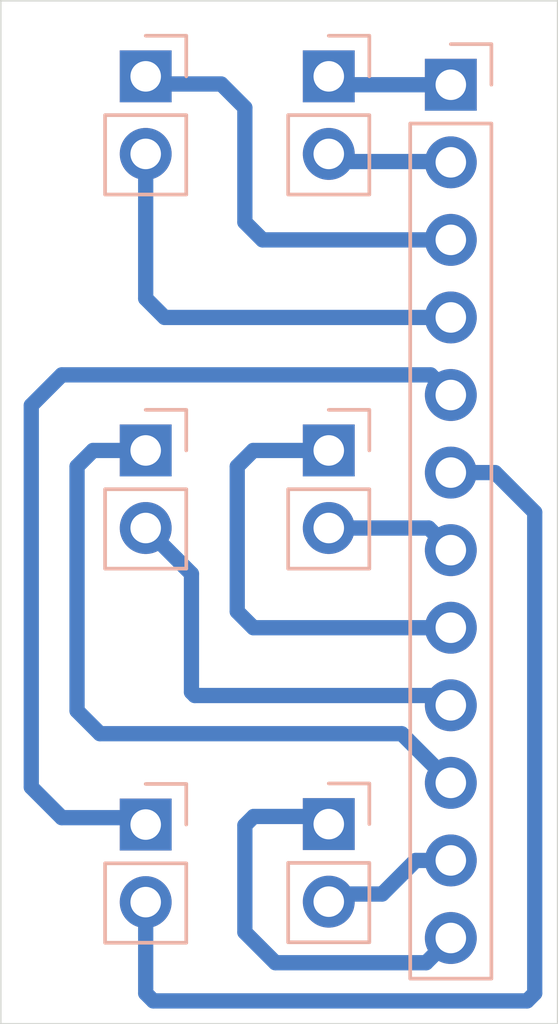
<source format=kicad_pcb>
(kicad_pcb (version 20240108) (generator "pcbnew") (generator_version "8.0")
  (layers (0 "F.Cu" signal) (31 "B.Cu" signal) (34 "B.Paste" user) (35 "F.Paste" user) (36 "B.SilkS" user "B.Silkscreen") (37 "F.SilkS" user "F.Silkscreen") (38 "B.Mask" user) (39 "F.Mask" user) (44 "Edge.Cuts" user))
  (net 0 "")
  (net 1 "GND1")
  (net 2 "VCC2")
  (net 3 "GND4")
  (net 4 "VCC5")
  (net 5 "VCC1")
  (net 6 "VCC4")
  (net 7 "GND2")
  (net 8 "GND5")
  (net 9 "GND")
  (net 10 "VCC3")
  (net 11 "VIN")
  (net 12 "GND3")
  (footprint "Connector_PinHeader_2.54mm:PinHeader_1x02_P2.54mm_Vertical" (layer "B.Cu") (at 138.25 118.975 180)
    (property "Reference" "J6" (hide yes))
    (property "Value" "Conn_01x02_Pin" (hide yes))
    (fp_line (start 1.33 -1.27) (end -1.33 -1.27) (stroke (width 0.12)) (layer "B.SilkS"))
    (fp_line (start 1.33 -3.87) (end 1.33 -1.27) (stroke (width 0.12)) (layer "B.SilkS"))
    (fp_line (start 1.33 -3.87) (end -1.33 -3.87) (stroke (width 0.12)) (layer "B.SilkS"))
    (fp_line (start 0 1.33) (end -1.33 1.33) (stroke (width 0.12)) (layer "B.SilkS"))
    (fp_line (start -1.33 1.33) (end -1.33 0) (stroke (width 0.12)) (layer "B.SilkS"))
    (fp_line (start -1.33 -3.87) (end -1.33 -1.27) (stroke (width 0.12)) (layer "B.SilkS"))
    (pad "1" thru_hole rect (at 0 0 180) (size 1.7 1.7) (drill 1) (layers "*.Cu" "*.Mask") (net 6 "VCC4"))
    (pad "2" thru_hole oval (at 0 -2.54 180) (size 1.7 1.7) (drill 1) (layers "*.Cu" "*.Mask") (net 3 "GND4"))
  )
  (footprint "Connector_PinHeader_2.54mm:PinHeader_1x02_P2.54mm_Vertical" (layer "B.Cu") (at 144.25 118.96 180)
    (property "Reference" "J3" (hide yes))
    (property "Value" "Conn_01x02_Pin" (hide yes))
    (fp_line (start 1.33 -1.27) (end -1.33 -1.27) (stroke (width 0.12)) (layer "B.SilkS"))
    (fp_line (start 1.33 -3.87) (end 1.33 -1.27) (stroke (width 0.12)) (layer "B.SilkS"))
    (fp_line (start 1.33 -3.87) (end -1.33 -3.87) (stroke (width 0.12)) (layer "B.SilkS"))
    (fp_line (start 0 1.33) (end -1.33 1.33) (stroke (width 0.12)) (layer "B.SilkS"))
    (fp_line (start -1.33 1.33) (end -1.33 0) (stroke (width 0.12)) (layer "B.SilkS"))
    (fp_line (start -1.33 -3.87) (end -1.33 -1.27) (stroke (width 0.12)) (layer "B.SilkS"))
    (pad "1" thru_hole rect (at 0 0 180) (size 1.7 1.7) (drill 1) (layers "*.Cu" "*.Mask") (net 5 "VCC1"))
    (pad "2" thru_hole oval (at 0 -2.54 180) (size 1.7 1.7) (drill 1) (layers "*.Cu" "*.Mask") (net 1 "GND1"))
  )
  (footprint "Connector_PinHeader_2.54mm:PinHeader_1x02_P2.54mm_Vertical" (layer "B.Cu") (at 144.25 94.475 180)
    (property "Reference" "J2" (hide yes))
    (property "Value" "Conn_01x02_Pin" (hide yes))
    (fp_line (start 1.33 -1.27) (end -1.33 -1.27) (stroke (width 0.12)) (layer "B.SilkS"))
    (fp_line (start 1.33 -3.87) (end 1.33 -1.27) (stroke (width 0.12)) (layer "B.SilkS"))
    (fp_line (start 1.33 -3.87) (end -1.33 -3.87) (stroke (width 0.12)) (layer "B.SilkS"))
    (fp_line (start 0 1.33) (end -1.33 1.33) (stroke (width 0.12)) (layer "B.SilkS"))
    (fp_line (start -1.33 1.33) (end -1.33 0) (stroke (width 0.12)) (layer "B.SilkS"))
    (fp_line (start -1.33 -3.87) (end -1.33 -1.27) (stroke (width 0.12)) (layer "B.SilkS"))
    (pad "1" thru_hole rect (at 0 0 180) (size 1.7 1.7) (drill 1) (layers "*.Cu" "*.Mask") (net 11 "VIN"))
    (pad "2" thru_hole oval (at 0 -2.54 180) (size 1.7 1.7) (drill 1) (layers "*.Cu" "*.Mask") (net 9 "GND"))
  )
  (footprint "Connector_PinHeader_2.54mm:PinHeader_1x02_P2.54mm_Vertical" (layer "B.Cu") (at 138.25 94.475 180)
    (property "Reference" "J7" (hide yes))
    (property "Value" "Conn_01x02_Pin" (hide yes))
    (fp_line (start 1.33 -1.27) (end -1.33 -1.27) (stroke (width 0.12)) (layer "B.SilkS"))
    (fp_line (start 1.33 -3.87) (end 1.33 -1.27) (stroke (width 0.12)) (layer "B.SilkS"))
    (fp_line (start 1.33 -3.87) (end -1.33 -3.87) (stroke (width 0.12)) (layer "B.SilkS"))
    (fp_line (start 0 1.33) (end -1.33 1.33) (stroke (width 0.12)) (layer "B.SilkS"))
    (fp_line (start -1.33 1.33) (end -1.33 0) (stroke (width 0.12)) (layer "B.SilkS"))
    (fp_line (start -1.33 -3.87) (end -1.33 -1.27) (stroke (width 0.12)) (layer "B.SilkS"))
    (pad "1" thru_hole rect (at 0 0 180) (size 1.7 1.7) (drill 1) (layers "*.Cu" "*.Mask") (net 4 "VCC5"))
    (pad "2" thru_hole oval (at 0 -2.54 180) (size 1.7 1.7) (drill 1) (layers "*.Cu" "*.Mask") (net 8 "GND5"))
  )
  (footprint "Connector_PinHeader_2.54mm:PinHeader_1x12_P2.54mm_Vertical" (layer "B.Cu") (at 148.25 94.75 180)
    (property "Reference" "J1" (hide yes))
    (property "Value" "Conn_01x12_Pin" (hide yes))
    (fp_line (start 1.33 -1.27) (end -1.33 -1.27) (stroke (width 0.12)) (layer "B.SilkS"))
    (fp_line (start 1.33 -29.27) (end 1.33 -1.27) (stroke (width 0.12)) (layer "B.SilkS"))
    (fp_line (start 1.33 -29.27) (end -1.33 -29.27) (stroke (width 0.12)) (layer "B.SilkS"))
    (fp_line (start 0 1.33) (end -1.33 1.33) (stroke (width 0.12)) (layer "B.SilkS"))
    (fp_line (start -1.33 1.33) (end -1.33 0) (stroke (width 0.12)) (layer "B.SilkS"))
    (fp_line (start -1.33 -29.27) (end -1.33 -1.27) (stroke (width 0.12)) (layer "B.SilkS"))
    (pad "1" thru_hole rect (at 0 0 180) (size 1.7 1.7) (drill 1) (layers "*.Cu" "*.Mask") (net 11 "VIN"))
    (pad "2" thru_hole oval (at 0 -2.54 180) (size 1.7 1.7) (drill 1) (layers "*.Cu" "*.Mask") (net 9 "GND"))
    (pad "3" thru_hole oval (at 0 -5.08 180) (size 1.7 1.7) (drill 1) (layers "*.Cu" "*.Mask") (net 4 "VCC5"))
    (pad "4" thru_hole oval (at 0 -7.62 180) (size 1.7 1.7) (drill 1) (layers "*.Cu" "*.Mask") (net 8 "GND5"))
    (pad "5" thru_hole oval (at 0 -10.16 180) (size 1.7 1.7) (drill 1) (layers "*.Cu" "*.Mask") (net 6 "VCC4"))
    (pad "6" thru_hole oval (at 0 -12.7 180) (size 1.7 1.7) (drill 1) (layers "*.Cu" "*.Mask") (net 3 "GND4"))
    (pad "7" thru_hole oval (at 0 -15.24 180) (size 1.7 1.7) (drill 1) (layers "*.Cu" "*.Mask") (net 12 "GND3"))
    (pad "8" thru_hole oval (at 0 -17.78 180) (size 1.7 1.7) (drill 1) (layers "*.Cu" "*.Mask") (net 10 "VCC3"))
    (pad "9" thru_hole oval (at 0 -20.32 180) (size 1.7 1.7) (drill 1) (layers "*.Cu" "*.Mask") (net 7 "GND2"))
    (pad "10" thru_hole oval (at 0 -22.86 180) (size 1.7 1.7) (drill 1) (layers "*.Cu" "*.Mask") (net 2 "VCC2"))
    (pad "11" thru_hole oval (at 0 -25.4 180) (size 1.7 1.7) (drill 1) (layers "*.Cu" "*.Mask") (net 1 "GND1"))
    (pad "12" thru_hole oval (at 0 -27.94 180) (size 1.7 1.7) (drill 1) (layers "*.Cu" "*.Mask") (net 5 "VCC1"))
  )
  (footprint "Connector_PinHeader_2.54mm:PinHeader_1x02_P2.54mm_Vertical" (layer "B.Cu") (at 138.25 106.725 180)
    (property "Reference" "J4" (hide yes))
    (property "Value" "Conn_01x02_Pin" (hide yes))
    (fp_line (start 1.33 -1.27) (end -1.33 -1.27) (stroke (width 0.12)) (layer "B.SilkS"))
    (fp_line (start 1.33 -3.87) (end 1.33 -1.27) (stroke (width 0.12)) (layer "B.SilkS"))
    (fp_line (start 1.33 -3.87) (end -1.33 -3.87) (stroke (width 0.12)) (layer "B.SilkS"))
    (fp_line (start 0 1.33) (end -1.33 1.33) (stroke (width 0.12)) (layer "B.SilkS"))
    (fp_line (start -1.33 1.33) (end -1.33 0) (stroke (width 0.12)) (layer "B.SilkS"))
    (fp_line (start -1.33 -3.87) (end -1.33 -1.27) (stroke (width 0.12)) (layer "B.SilkS"))
    (pad "1" thru_hole rect (at 0 0 180) (size 1.7 1.7) (drill 1) (layers "*.Cu" "*.Mask") (net 2 "VCC2"))
    (pad "2" thru_hole oval (at 0 -2.54 180) (size 1.7 1.7) (drill 1) (layers "*.Cu" "*.Mask") (net 7 "GND2"))
  )
  (footprint "Connector_PinHeader_2.54mm:PinHeader_1x02_P2.54mm_Vertical" (layer "B.Cu") (at 144.25 106.725 180)
    (property "Reference" "J5" (hide yes))
    (property "Value" "Conn_01x02_Pin" (hide yes))
    (fp_line (start 1.33 -1.27) (end -1.33 -1.27) (stroke (width 0.12)) (layer "B.SilkS"))
    (fp_line (start 1.33 -3.87) (end 1.33 -1.27) (stroke (width 0.12)) (layer "B.SilkS"))
    (fp_line (start 1.33 -3.87) (end -1.33 -3.87) (stroke (width 0.12)) (layer "B.SilkS"))
    (fp_line (start 0 1.33) (end -1.33 1.33) (stroke (width 0.12)) (layer "B.SilkS"))
    (fp_line (start -1.33 1.33) (end -1.33 0) (stroke (width 0.12)) (layer "B.SilkS"))
    (fp_line (start -1.33 -3.87) (end -1.33 -1.27) (stroke (width 0.12)) (layer "B.SilkS"))
    (pad "1" thru_hole rect (at 0 0 180) (size 1.7 1.7) (drill 1) (layers "*.Cu" "*.Mask") (net 10 "VCC3"))
    (pad "2" thru_hole oval (at 0 -2.54 180) (size 1.7 1.7) (drill 1) (layers "*.Cu" "*.Mask") (net 12 "GND3"))
  )
  (gr_rect (start 133.5 92) (end 151.75 125.5) (stroke (width 0.05)) (fill none) (layer "Edge.Cuts"))
  (segment (start 148.25 120.15) (end 147.1 120.15) (width 0.5) (layer "B.Cu") (net 1))
  (segment (start 146 121.25) (end 144.25 121.25) (width 0.5) (layer "B.Cu") (net 1))
  (segment (start 147.1 120.15) (end 146 121.25) (width 0.5) (layer "B.Cu") (net 1))
  (segment (start 136 107.25) (end 136 115.25) (width 0.5) (layer "B.Cu") (net 2))
  (segment (start 138.25 106.725) (end 136.525 106.725) (width 0.5) (layer "B.Cu") (net 2))
  (segment (start 136.75 116) (end 146.64 116) (width 0.5) (layer "B.Cu") (net 2))
  (segment (start 136.525 106.725) (end 136 107.25) (width 0.5) (layer "B.Cu") (net 2))
  (segment (start 136 115.25) (end 136.75 116) (width 0.5) (layer "B.Cu") (net 2))
  (segment (start 146.64 116) (end 148.25 117.61) (width 0.5) (layer "B.Cu") (net 2))
  (segment (start 138.25 124.5) (end 138.5 124.75) (width 0.5) (layer "B.Cu") (net 3))
  (segment (start 151 124.5) (end 151 108.75) (width 0.5) (layer "B.Cu") (net 3))
  (segment (start 138.25 121.515) (end 138.25 124.5) (width 0.5) (layer "B.Cu") (net 3))
  (segment (start 149.7 107.45) (end 148.25 107.45) (width 0.5) (layer "B.Cu") (net 3))
  (segment (start 138.5 124.75) (end 150.75 124.75) (width 0.5) (layer "B.Cu") (net 3))
  (segment (start 151 108.75) (end 149.7 107.45) (width 0.5) (layer "B.Cu") (net 3))
  (segment (start 150.75 124.75) (end 151 124.5) (width 0.5) (layer "B.Cu") (net 3))
  (segment (start 141.5 95.5) (end 141.5 99.25) (width 0.5) (layer "B.Cu") (net 4))
  (segment (start 140.725 94.725) (end 141.5 95.5) (width 0.5) (layer "B.Cu") (net 4))
  (segment (start 142.08 99.83) (end 148.25 99.83) (width 0.5) (layer "B.Cu") (net 4))
  (segment (start 141.5 99.25) (end 142.08 99.83) (width 0.5) (layer "B.Cu") (net 4))
  (segment (start 138.25 94.725) (end 140.725 94.725) (width 0.5) (layer "B.Cu") (net 4))
  (segment (start 142.5 123.5) (end 141.5 122.5) (width 0.5) (layer "B.Cu") (net 5))
  (segment (start 141.5 119) (end 141.79 118.71) (width 0.5) (layer "B.Cu") (net 5))
  (segment (start 141.5 122.5) (end 141.5 119) (width 0.5) (layer "B.Cu") (net 5))
  (segment (start 147.44 123.5) (end 142.5 123.5) (width 0.5) (layer "B.Cu") (net 5))
  (segment (start 148.25 122.69) (end 147.44 123.5) (width 0.5) (layer "B.Cu") (net 5))
  (segment (start 141.79 118.71) (end 144.25 118.71) (width 0.5) (layer "B.Cu") (net 5))
  (segment (start 147.59 104.25) (end 148.25 104.91) (width 0.5) (layer "B.Cu") (net 6))
  (segment (start 134.5 105.25) (end 135.5 104.25) (width 0.5) (layer "B.Cu") (net 6))
  (segment (start 135.5 118.75) (end 134.5 117.75) (width 0.5) (layer "B.Cu") (net 6))
  (segment (start 134.5 117.75) (end 134.5 105.25) (width 0.5) (layer "B.Cu") (net 6))
  (segment (start 135.5 104.25) (end 147.59 104.25) (width 0.5) (layer "B.Cu") (net 6))
  (segment (start 138.25 118.75) (end 135.5 118.75) (width 0.5) (layer "B.Cu") (net 6))
  (segment (start 139.86 114.75) (end 147.93 114.75) (width 0.5) (layer "B.Cu") (net 7))
  (segment (start 139.75 114.64) (end 139.86 114.75) (width 0.5) (layer "B.Cu") (net 7))
  (segment (start 147.93 114.75) (end 148.25 115.07) (width 0.5) (layer "B.Cu") (net 7))
  (segment (start 138.25 109.265) (end 139.75 110.765) (width 0.5) (layer "B.Cu") (net 7))
  (segment (start 139.75 110.765) (end 139.75 114.64) (width 0.5) (layer "B.Cu") (net 7))
  (segment (start 138.25 101.75) (end 138.87 102.37) (width 0.5) (layer "B.Cu") (net 8))
  (segment (start 138.87 102.37) (end 148.25 102.37) (width 0.5) (layer "B.Cu") (net 8))
  (segment (start 138.25 97.265) (end 138.25 101.75) (width 0.5) (layer "B.Cu") (net 8))
  (segment (start 148.225 97.265) (end 148.25 97.29) (width 0.5) (layer "B.Cu") (net 9))
  (segment (start 144.25 97.265) (end 148.225 97.265) (width 0.5) (layer "B.Cu") (net 9))
  (segment (start 141.775 106.725) (end 141.25 107.25) (width 0.5) (layer "B.Cu") (net 10))
  (segment (start 141.78 112.53) (end 148.25 112.53) (width 0.5) (layer "B.Cu") (net 10))
  (segment (start 141.25 107.25) (end 141.25 112) (width 0.5) (layer "B.Cu") (net 10))
  (segment (start 141.25 112) (end 141.78 112.53) (width 0.5) (layer "B.Cu") (net 10))
  (segment (start 144.25 106.725) (end 141.775 106.725) (width 0.5) (layer "B.Cu") (net 10))
  (segment (start 148.25 94.75) (end 144.275 94.75) (width 0.5) (layer "B.Cu") (net 11))
  (segment (start 144.275 94.75) (end 144.25 94.725) (width 0.5) (layer "B.Cu") (net 11))
  (segment (start 147.525 109.265) (end 148.25 109.99) (width 0.5) (layer "B.Cu") (net 12))
  (segment (start 144.25 109.265) (end 147.525 109.265) (width 0.5) (layer "B.Cu") (net 12))
)
</source>
